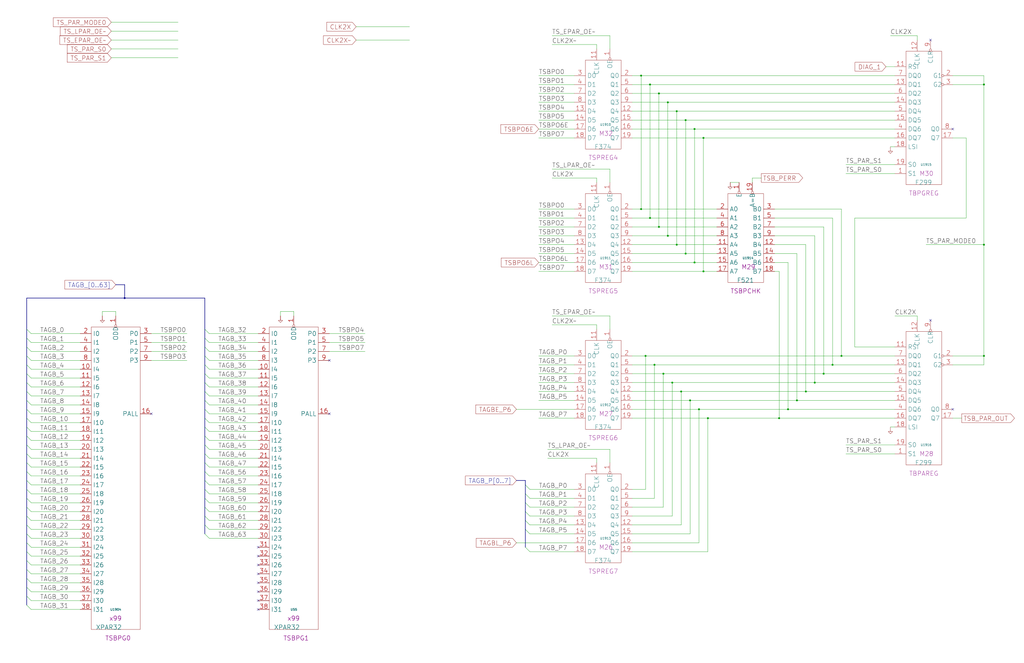
<source format=kicad_sch>
(kicad_sch (version 20230121) (generator eeschema)
  (paper "User" 584.2 378.46)
  (title_block (title "TAGBCOMP\\nPARITY") (date "08-MAR-90") (rev "0.0") (comment 1 "MEM32 BOARD") (comment 2 "232-003066") (comment 3 "S400") (comment 4 "RELEASED"))
  (lib_symbols
    (symbol "r1000:F299" (pin_names (offset 1.016))
      (property "Reference" "U" (at 2.54 5.08 0))
      (property "Value" "F299" (at -3.81 -5.08 0))
      (property "Location" "___" (at -1.27 0 0))
      (property "Name" "______" (at 1.27 -12.7 0))
      (symbol "F299_1_1"
        (rectangle (start -8.89 69.85) (end 11.43 -6.35))
        (circle (center 5.08 70.485) (radius 0.635))
        (circle (center 12.065 50.8) (radius 0.635))
        (circle (center 12.065 55.88) (radius 0.635))
        (pin input line (at -15.24 0 0) (length 6.35) (name "S1") (number "1"))
        (pin input line (at -15.24 60.96 0) (length 6.35) (name "RSI") (number "11"))
        (pin input line (at -2.54 76.2 270) (length 6.35) (name "CLK") (number "12"))
        (pin bidirectional line (at -15.24 50.8 0) (length 6.35) (name "DQ1") (number "13"))
        (pin bidirectional line (at -15.24 40.64 0) (length 6.35) (name "DQ3") (number "14"))
        (pin bidirectional line (at -15.24 30.48 0) (length 6.35) (name "DQ5") (number "15"))
        (pin bidirectional line (at -15.24 20.32 0) (length 6.35) (name "DQ7") (number "16"))
        (pin output line (at 17.78 20.32 180) (length 6.35) (name "Q7") (number "17"))
        (pin input line (at -15.24 15.24 0) (length 6.35) (name "LSI") (number "18"))
        (pin input line (at -15.24 5.08 0) (length 6.35) (name "S0") (number "19"))
        (pin input line (at 17.78 55.88 180) (length 5.08) (name "G1") (number "2"))
        (pin input line (at 17.78 50.8 180) (length 5.08) (name "G2") (number "3"))
        (pin bidirectional line (at -15.24 25.4 0) (length 6.35) (name "DQ6") (number "4"))
        (pin bidirectional line (at -15.24 35.56 0) (length 6.35) (name "DQ4") (number "5"))
        (pin bidirectional line (at -15.24 45.72 0) (length 6.35) (name "DQ2") (number "6"))
        (pin bidirectional line (at -15.24 55.88 0) (length 6.35) (name "DQ0") (number "7"))
        (pin output line (at 17.78 25.4 180) (length 6.35) (name "Q0") (number "8"))
        (pin input line (at 5.08 76.2 270) (length 5.08) (name "CLR") (number "9"))
      )
    )
    (symbol "r1000:F374" (pin_names (offset 1.016))
      (property "Reference" "U" (at 2.54 5.08 0))
      (property "Value" "F374" (at -3.81 -7.62 0))
      (property "Location" "___" (at -1.27 0 0))
      (property "Name" "______" (at 1.27 -15.24 0))
      (symbol "F374_1_1"
        (rectangle (start -8.89 41.91) (end 11.43 -8.89))
        (circle (center 5.08 42.545) (radius 0.635))
        (pin input line (at 5.08 48.26 270) (length 5.08) (name "OE") (number "1"))
        (pin input line (at -2.54 48.26 270) (length 6.35) (name "CLK") (number "11"))
        (pin tri_state line (at 17.78 12.7 180) (length 6.35) (name "Q4") (number "12"))
        (pin input line (at -15.24 12.7 0) (length 6.35) (name "D4") (number "13"))
        (pin input line (at -15.24 7.62 0) (length 6.35) (name "D5") (number "14"))
        (pin tri_state line (at 17.78 7.62 180) (length 6.35) (name "Q5") (number "15"))
        (pin tri_state line (at 17.78 2.54 180) (length 6.35) (name "Q6") (number "16"))
        (pin input line (at -15.24 2.54 0) (length 6.35) (name "D6") (number "17"))
        (pin input line (at -15.24 -2.54 0) (length 6.35) (name "D7") (number "18"))
        (pin tri_state line (at 17.78 -2.54 180) (length 6.35) (name "Q7") (number "19"))
        (pin tri_state line (at 17.78 33.02 180) (length 6.35) (name "Q0") (number "2"))
        (pin input line (at -15.24 33.02 0) (length 6.35) (name "D0") (number "3"))
        (pin input line (at -15.24 27.94 0) (length 6.35) (name "D1") (number "4"))
        (pin tri_state line (at 17.78 27.94 180) (length 6.35) (name "Q1") (number "5"))
        (pin tri_state line (at 17.78 22.86 180) (length 6.35) (name "Q2") (number "6"))
        (pin input line (at -15.24 22.86 0) (length 6.35) (name "D2") (number "7"))
        (pin input line (at -15.24 17.78 0) (length 6.35) (name "D3") (number "8"))
        (pin tri_state line (at 17.78 17.78 180) (length 6.35) (name "Q3") (number "9"))
      )
    )
    (symbol "r1000:F521" (pin_names (offset 1.016))
      (property "Reference" "U" (at 2.54 5.08 0))
      (property "Value" "F521" (at -3.81 -7.62 0))
      (property "Location" "___" (at -1.27 0 0))
      (property "Name" "______" (at 1.27 -15.24 0))
      (symbol "F521_1_1"
        (rectangle (start -8.89 41.91) (end 11.43 -8.89))
        (circle (center -2.54 42.545) (radius 0.635))
        (circle (center 5.08 42.545) (radius 0.635))
        (pin input line (at -2.54 48.26 270) (length 5.08) (name "E") (number "1"))
        (pin input line (at -15.24 12.7 0) (length 6.35) (name "A4") (number "11"))
        (pin input line (at 17.78 12.7 180) (length 6.35) (name "B4") (number "12"))
        (pin input line (at -15.24 7.62 0) (length 6.35) (name "A5") (number "13"))
        (pin input line (at 17.78 7.62 180) (length 6.35) (name "B5") (number "14"))
        (pin input line (at -15.24 2.54 0) (length 6.35) (name "A6") (number "15"))
        (pin input line (at 17.78 2.54 180) (length 6.35) (name "B6") (number "16"))
        (pin input line (at -15.24 -2.54 0) (length 6.35) (name "A7") (number "17"))
        (pin input line (at 17.78 -2.54 180) (length 6.35) (name "B7") (number "18"))
        (pin output line (at 5.08 48.26 270) (length 5.08) (name "A=B") (number "19"))
        (pin input line (at -15.24 33.02 0) (length 6.35) (name "A0") (number "2"))
        (pin input line (at 17.78 33.02 180) (length 6.35) (name "B0") (number "3"))
        (pin input line (at -15.24 27.94 0) (length 6.35) (name "A1") (number "4"))
        (pin input line (at 17.78 27.94 180) (length 6.35) (name "B1") (number "5"))
        (pin input line (at -15.24 22.86 0) (length 6.35) (name "A2") (number "6"))
        (pin input line (at 17.78 22.86 180) (length 6.35) (name "B2") (number "7"))
        (pin input line (at -15.24 17.78 0) (length 6.35) (name "A3") (number "8"))
        (pin input line (at 17.78 17.78 180) (length 6.35) (name "B3") (number "9"))
      )
    )
    (symbol "r1000:PD" (power) (pin_numbers hide) (pin_names hide) (in_bom no)
      (symbol "PD_0_1"
        (polyline (pts (xy 0 -2.54) (xy 1.27 -2.54) (xy 0 -3.81) (xy -1.27 -2.54) (xy 0 -2.54)) (stroke (width 0.1524)))
      )
      (symbol "PD_1_1"
        (pin power_in line (at 0 0 270) (length 2.54) (name "PD") (number "1"))
      )
    )
    (symbol "r1000:XPAR32" (pin_names (offset 1.016))
      (property "Reference" "U" (at 2.54 5.08 0))
      (property "Value" "XPAR32" (at -8.89 -5.08 0))
      (property "Location" "___" (at -1.27 0 0))
      (property "Name" "______" (at 3.81 -12.7 0))
      (symbol "XPAR32_1_1"
        (rectangle (start -11.43 166.37) (end 16.51 -6.35))
        (circle (center 2.54 167.005) (radius 0.635))
        (pin input line (at 2.54 172.72 270) (length 5.08) (name "ODD") (number "1"))
        (pin input line (at -17.78 142.24 0) (length 6.35) (name "I4") (number "10"))
        (pin input line (at -17.78 137.16 0) (length 6.35) (name "I5") (number "11"))
        (pin input line (at -17.78 132.08 0) (length 6.35) (name "I6") (number "12"))
        (pin input line (at -17.78 127 0) (length 6.35) (name "I7") (number "13"))
        (pin input line (at -17.78 121.92 0) (length 6.35) (name "I8") (number "14"))
        (pin input line (at -17.78 116.84 0) (length 6.35) (name "I9") (number "15"))
        (pin output line (at 22.86 116.84 180) (length 6.35) (name "PALL") (number "16"))
        (pin input line (at -17.78 111.76 0) (length 6.35) (name "I10") (number "17"))
        (pin input line (at -17.78 106.68 0) (length 6.35) (name "I11") (number "18"))
        (pin input line (at -17.78 101.6 0) (length 6.35) (name "I12") (number "19"))
        (pin input line (at -17.78 162.56 0) (length 6.35) (name "I0") (number "2"))
        (pin input line (at -17.78 96.52 0) (length 6.35) (name "I13") (number "20"))
        (pin input line (at -17.78 91.44 0) (length 6.35) (name "I14") (number "21"))
        (pin input line (at -17.78 86.36 0) (length 6.35) (name "I15") (number "22"))
        (pin input line (at -17.78 81.28 0) (length 6.35) (name "I16") (number "23"))
        (pin input line (at -17.78 76.2 0) (length 6.35) (name "I17") (number "24"))
        (pin input line (at -17.78 71.12 0) (length 6.35) (name "I18") (number "25"))
        (pin input line (at -17.78 66.04 0) (length 6.35) (name "I19") (number "26"))
        (pin input line (at -17.78 60.96 0) (length 6.35) (name "I20") (number "27"))
        (pin input line (at -17.78 55.88 0) (length 6.35) (name "I21") (number "28"))
        (pin input line (at -17.78 50.8 0) (length 6.35) (name "I22") (number "29"))
        (pin output line (at 22.86 162.56 180) (length 6.35) (name "P0") (number "3"))
        (pin input line (at -17.78 45.72 0) (length 6.35) (name "I23") (number "30"))
        (pin input line (at -17.78 40.64 0) (length 6.35) (name "I24") (number "31"))
        (pin input line (at -17.78 35.56 0) (length 6.35) (name "I25") (number "32"))
        (pin input line (at -17.78 30.48 0) (length 6.35) (name "I26") (number "33"))
        (pin input line (at -17.78 25.4 0) (length 6.35) (name "I27") (number "34"))
        (pin input line (at -17.78 20.32 0) (length 6.35) (name "I28") (number "35"))
        (pin input line (at -17.78 15.24 0) (length 6.35) (name "I29") (number "36"))
        (pin input line (at -17.78 10.16 0) (length 6.35) (name "I30") (number "37"))
        (pin input line (at -17.78 5.08 0) (length 6.35) (name "I31") (number "38"))
        (pin input line (at -17.78 157.48 0) (length 6.35) (name "I1") (number "4"))
        (pin output line (at 22.86 157.48 180) (length 6.35) (name "P1") (number "5"))
        (pin input line (at -17.78 152.4 0) (length 6.35) (name "I2") (number "6"))
        (pin output line (at 22.86 152.4 180) (length 6.35) (name "P2") (number "7"))
        (pin input line (at -17.78 147.32 0) (length 6.35) (name "I3") (number "8"))
        (pin output line (at 22.86 147.32 180) (length 6.35) (name "P3") (number "9"))
      )
    )
  )
  (junction (at 388.62 223.52))
  (junction (at 373.38 208.28))
  (junction (at 561.34 203.2))
  (junction (at 464.82 218.44))
  (junction (at 480.06 203.2))
  (junction (at 401.32 154.94))
  (junction (at 370.84 124.46))
  (junction (at 386.08 63.5))
  (junction (at 474.98 208.28))
  (junction (at 381 58.42))
  (junction (at 393.7 228.6))
  (junction (at 403.86 238.76))
  (junction (at 401.32 78.74))
  (junction (at 375.92 53.34))
  (junction (at 365.76 119.38))
  (junction (at 391.16 68.58))
  (junction (at 381 134.62))
  (junction (at 396.24 149.86))
  (junction (at 370.84 48.26))
  (junction (at 71.12 170.18))
  (junction (at 383.54 218.44))
  (junction (at 398.78 233.68))
  (junction (at 368.3 203.2))
  (junction (at 386.08 139.7))
  (junction (at 378.46 213.36))
  (junction (at 454.66 228.6))
  (junction (at 469.9 213.36))
  (junction (at 396.24 73.66))
  (junction (at 365.76 43.18))
  (junction (at 459.74 223.52))
  (junction (at 449.58 233.68))
  (junction (at 375.92 129.54))
  (junction (at 444.5 238.76))
  (junction (at 561.34 48.26))
  (junction (at 391.16 144.78))
  (junction (at 561.34 139.7))
  (no_connect (at 147.32 327.66))
  (no_connect (at 530.86 182.88))
  (no_connect (at 147.32 317.5))
  (no_connect (at 530.86 22.86))
  (no_connect (at 187.96 205.74))
  (no_connect (at 187.96 236.22))
  (no_connect (at 147.32 312.42))
  (no_connect (at 147.32 342.9))
  (no_connect (at 147.32 347.98))
  (no_connect (at 147.32 337.82))
  (no_connect (at 147.32 322.58))
  (no_connect (at 86.36 236.22))
  (no_connect (at 543.56 233.68))
  (no_connect (at 147.32 332.74))
  (no_connect (at 543.56 73.66))
  (bus_entry (at 299.72 281.94) (size 2.54 2.54))
  (bus_entry (at 299.72 302.26) (size 2.54 2.54))
  (bus_entry (at 116.84 228.6) (size 2.54 2.54))
  (bus_entry (at 15.24 325.12) (size 2.54 2.54))
  (bus_entry (at 15.24 259.08) (size 2.54 2.54))
  (bus_entry (at 15.24 223.52) (size 2.54 2.54))
  (bus_entry (at 15.24 218.44) (size 2.54 2.54))
  (bus_entry (at 15.24 208.28) (size 2.54 2.54))
  (bus_entry (at 116.84 248.92) (size 2.54 2.54))
  (bus_entry (at 116.84 218.44) (size 2.54 2.54))
  (bus_entry (at 15.24 314.96) (size 2.54 2.54))
  (bus_entry (at 116.84 294.64) (size 2.54 2.54))
  (bus_entry (at 15.24 289.56) (size 2.54 2.54))
  (bus_entry (at 15.24 238.76) (size 2.54 2.54))
  (bus_entry (at 15.24 228.6) (size 2.54 2.54))
  (bus_entry (at 116.84 289.56) (size 2.54 2.54))
  (bus_entry (at 116.84 259.08) (size 2.54 2.54))
  (bus_entry (at 116.84 208.28) (size 2.54 2.54))
  (bus_entry (at 116.84 213.36) (size 2.54 2.54))
  (bus_entry (at 15.24 187.96) (size 2.54 2.54))
  (bus_entry (at 15.24 264.16) (size 2.54 2.54))
  (bus_entry (at 116.84 284.48) (size 2.54 2.54))
  (bus_entry (at 299.72 297.18) (size 2.54 2.54))
  (bus_entry (at 15.24 274.32) (size 2.54 2.54))
  (bus_entry (at 116.84 233.68) (size 2.54 2.54))
  (bus_entry (at 15.24 330.2) (size 2.54 2.54))
  (bus_entry (at 15.24 213.36) (size 2.54 2.54))
  (bus_entry (at 116.84 203.2) (size 2.54 2.54))
  (bus_entry (at 116.84 223.52) (size 2.54 2.54))
  (bus_entry (at 15.24 269.24) (size 2.54 2.54))
  (bus_entry (at 299.72 276.86) (size 2.54 2.54))
  (bus_entry (at 15.24 294.64) (size 2.54 2.54))
  (bus_entry (at 116.84 269.24) (size 2.54 2.54))
  (bus_entry (at 116.84 198.12) (size 2.54 2.54))
  (bus_entry (at 116.84 187.96) (size 2.54 2.54))
  (bus_entry (at 15.24 243.84) (size 2.54 2.54))
  (bus_entry (at 116.84 238.76) (size 2.54 2.54))
  (bus_entry (at 15.24 233.68) (size 2.54 2.54))
  (bus_entry (at 116.84 254) (size 2.54 2.54))
  (bus_entry (at 15.24 304.8) (size 2.54 2.54))
  (bus_entry (at 15.24 340.36) (size 2.54 2.54))
  (bus_entry (at 15.24 320.04) (size 2.54 2.54))
  (bus_entry (at 116.84 299.72) (size 2.54 2.54))
  (bus_entry (at 299.72 312.42) (size 2.54 2.54))
  (bus_entry (at 15.24 254) (size 2.54 2.54))
  (bus_entry (at 15.24 248.92) (size 2.54 2.54))
  (bus_entry (at 15.24 284.48) (size 2.54 2.54))
  (bus_entry (at 116.84 264.16) (size 2.54 2.54))
  (bus_entry (at 15.24 309.88) (size 2.54 2.54))
  (bus_entry (at 15.24 299.72) (size 2.54 2.54))
  (bus_entry (at 116.84 274.32) (size 2.54 2.54))
  (bus_entry (at 15.24 203.2) (size 2.54 2.54))
  (bus_entry (at 116.84 243.84) (size 2.54 2.54))
  (bus_entry (at 116.84 193.04) (size 2.54 2.54))
  (bus_entry (at 15.24 335.28) (size 2.54 2.54))
  (bus_entry (at 15.24 198.12) (size 2.54 2.54))
  (bus_entry (at 116.84 304.8) (size 2.54 2.54))
  (bus_entry (at 299.72 287.02) (size 2.54 2.54))
  (bus_entry (at 299.72 292.1) (size 2.54 2.54))
  (bus_entry (at 116.84 279.4) (size 2.54 2.54))
  (bus_entry (at 15.24 345.44) (size 2.54 2.54))
  (bus_entry (at 15.24 279.4) (size 2.54 2.54))
  (bus_entry (at 15.24 193.04) (size 2.54 2.54))
  (bus (pts (xy 299.72 302.26) (xy 299.72 312.42)))
  (bus (pts (xy 116.84 264.16) (xy 116.84 269.24)))
  (wire (pts (xy 17.78 200.66) (xy 45.72 200.66)))
  (wire (pts (xy 307.34 149.86) (xy 327.66 149.86)))
  (bus (pts (xy 15.24 314.96) (xy 15.24 320.04)))
  (wire (pts (xy 347.98 180.34) (xy 347.98 187.96)))
  (wire (pts (xy 360.68 134.62) (xy 381 134.62)))
  (wire (pts (xy 187.96 200.66) (xy 208.28 200.66)))
  (wire (pts (xy 63.5 27.94) (xy 101.6 27.94)))
  (wire (pts (xy 119.38 190.5) (xy 147.32 190.5)))
  (wire (pts (xy 360.68 203.2) (xy 368.3 203.2)))
  (wire (pts (xy 360.68 63.5) (xy 386.08 63.5)))
  (bus (pts (xy 15.24 279.4) (xy 15.24 284.48)))
  (bus (pts (xy 116.84 238.76) (xy 116.84 243.84)))
  (bus (pts (xy 116.84 274.32) (xy 116.84 279.4)))
  (wire (pts (xy 119.38 220.98) (xy 147.32 220.98)))
  (wire (pts (xy 381 58.42) (xy 510.54 58.42)))
  (wire (pts (xy 340.36 185.42) (xy 340.36 187.96)))
  (bus (pts (xy 116.84 294.64) (xy 116.84 299.72)))
  (wire (pts (xy 17.78 266.7) (xy 45.72 266.7)))
  (wire (pts (xy 464.82 218.44) (xy 510.54 218.44)))
  (wire (pts (xy 373.38 284.48) (xy 373.38 208.28)))
  (wire (pts (xy 119.38 307.34) (xy 147.32 307.34)))
  (wire (pts (xy 365.76 119.38) (xy 408.94 119.38)))
  (wire (pts (xy 302.26 304.8) (xy 327.66 304.8)))
  (wire (pts (xy 396.24 149.86) (xy 408.94 149.86)))
  (wire (pts (xy 360.68 294.64) (xy 383.54 294.64)))
  (wire (pts (xy 307.34 228.6) (xy 327.66 228.6)))
  (wire (pts (xy 482.6 259.08) (xy 510.54 259.08)))
  (bus (pts (xy 71.12 162.56) (xy 71.12 170.18)))
  (wire (pts (xy 480.06 203.2) (xy 510.54 203.2)))
  (bus (pts (xy 116.84 248.92) (xy 116.84 254)))
  (wire (pts (xy 17.78 281.94) (xy 45.72 281.94)))
  (bus (pts (xy 15.24 233.68) (xy 15.24 238.76)))
  (wire (pts (xy 17.78 312.42) (xy 45.72 312.42)))
  (bus (pts (xy 294.64 274.32) (xy 299.72 274.32)))
  (wire (pts (xy 396.24 73.66) (xy 510.54 73.66)))
  (wire (pts (xy 86.36 205.74) (xy 106.68 205.74)))
  (wire (pts (xy 17.78 292.1) (xy 45.72 292.1)))
  (wire (pts (xy 340.36 261.62) (xy 340.36 264.16)))
  (wire (pts (xy 17.78 261.62) (xy 45.72 261.62)))
  (wire (pts (xy 119.38 297.18) (xy 147.32 297.18)))
  (wire (pts (xy 203.2 22.86) (xy 233.68 22.86)))
  (wire (pts (xy 63.5 22.86) (xy 101.6 22.86)))
  (wire (pts (xy 119.38 241.3) (xy 147.32 241.3)))
  (bus (pts (xy 116.84 193.04) (xy 116.84 198.12)))
  (wire (pts (xy 360.68 149.86) (xy 396.24 149.86)))
  (wire (pts (xy 314.96 25.4) (xy 340.36 25.4)))
  (bus (pts (xy 15.24 170.18) (xy 71.12 170.18)))
  (wire (pts (xy 302.26 279.4) (xy 327.66 279.4)))
  (wire (pts (xy 441.96 124.46) (xy 474.98 124.46)))
  (wire (pts (xy 561.34 48.26) (xy 561.34 139.7)))
  (bus (pts (xy 15.24 228.6) (xy 15.24 233.68)))
  (wire (pts (xy 119.38 287.02) (xy 147.32 287.02)))
  (wire (pts (xy 360.68 154.94) (xy 401.32 154.94)))
  (bus (pts (xy 15.24 274.32) (xy 15.24 279.4)))
  (wire (pts (xy 510.54 180.34) (xy 523.24 180.34)))
  (wire (pts (xy 391.16 68.58) (xy 510.54 68.58)))
  (wire (pts (xy 360.68 73.66) (xy 396.24 73.66)))
  (wire (pts (xy 307.34 124.46) (xy 327.66 124.46)))
  (wire (pts (xy 396.24 73.66) (xy 396.24 149.86)))
  (wire (pts (xy 119.38 226.06) (xy 147.32 226.06)))
  (wire (pts (xy 312.42 261.62) (xy 340.36 261.62)))
  (wire (pts (xy 378.46 213.36) (xy 469.9 213.36)))
  (wire (pts (xy 302.26 289.56) (xy 327.66 289.56)))
  (wire (pts (xy 459.74 223.52) (xy 459.74 139.7)))
  (wire (pts (xy 307.34 73.66) (xy 327.66 73.66)))
  (wire (pts (xy 482.6 254) (xy 510.54 254)))
  (wire (pts (xy 401.32 78.74) (xy 401.32 154.94)))
  (bus (pts (xy 15.24 320.04) (xy 15.24 325.12)))
  (bus (pts (xy 299.72 297.18) (xy 299.72 302.26)))
  (wire (pts (xy 523.24 180.34) (xy 523.24 182.88)))
  (wire (pts (xy 365.76 43.18) (xy 365.76 119.38)))
  (bus (pts (xy 15.24 248.92) (xy 15.24 254)))
  (bus (pts (xy 15.24 284.48) (xy 15.24 289.56)))
  (wire (pts (xy 17.78 246.38) (xy 45.72 246.38)))
  (wire (pts (xy 302.26 294.64) (xy 327.66 294.64)))
  (bus (pts (xy 15.24 335.28) (xy 15.24 340.36)))
  (wire (pts (xy 17.78 322.58) (xy 45.72 322.58)))
  (bus (pts (xy 15.24 289.56) (xy 15.24 294.64)))
  (wire (pts (xy 386.08 63.5) (xy 510.54 63.5)))
  (wire (pts (xy 119.38 210.82) (xy 147.32 210.82)))
  (wire (pts (xy 393.7 304.8) (xy 393.7 228.6)))
  (wire (pts (xy 360.68 144.78) (xy 391.16 144.78)))
  (bus (pts (xy 15.24 208.28) (xy 15.24 213.36)))
  (wire (pts (xy 543.56 238.76) (xy 548.64 238.76)))
  (wire (pts (xy 543.56 43.18) (xy 561.34 43.18)))
  (bus (pts (xy 15.24 325.12) (xy 15.24 330.2)))
  (wire (pts (xy 17.78 190.5) (xy 45.72 190.5)))
  (wire (pts (xy 480.06 119.38) (xy 441.96 119.38)))
  (wire (pts (xy 528.32 139.7) (xy 561.34 139.7)))
  (wire (pts (xy 360.68 43.18) (xy 365.76 43.18)))
  (wire (pts (xy 469.9 213.36) (xy 469.9 129.54)))
  (wire (pts (xy 302.26 299.72) (xy 327.66 299.72)))
  (bus (pts (xy 116.84 299.72) (xy 116.84 304.8)))
  (wire (pts (xy 360.68 68.58) (xy 391.16 68.58)))
  (bus (pts (xy 66.04 162.56) (xy 71.12 162.56)))
  (wire (pts (xy 86.36 200.66) (xy 106.68 200.66)))
  (wire (pts (xy 86.36 190.5) (xy 106.68 190.5)))
  (wire (pts (xy 119.38 246.38) (xy 147.32 246.38)))
  (wire (pts (xy 459.74 139.7) (xy 441.96 139.7)))
  (bus (pts (xy 15.24 187.96) (xy 15.24 170.18)))
  (wire (pts (xy 561.34 139.7) (xy 561.34 203.2)))
  (wire (pts (xy 119.38 215.9) (xy 147.32 215.9)))
  (wire (pts (xy 119.38 302.26) (xy 147.32 302.26)))
  (wire (pts (xy 375.92 129.54) (xy 408.94 129.54)))
  (wire (pts (xy 119.38 276.86) (xy 147.32 276.86)))
  (wire (pts (xy 403.86 238.76) (xy 444.5 238.76)))
  (wire (pts (xy 187.96 190.5) (xy 208.28 190.5)))
  (wire (pts (xy 119.38 292.1) (xy 147.32 292.1)))
  (wire (pts (xy 375.92 53.34) (xy 510.54 53.34)))
  (wire (pts (xy 401.32 154.94) (xy 408.94 154.94)))
  (bus (pts (xy 15.24 330.2) (xy 15.24 335.28)))
  (wire (pts (xy 441.96 144.78) (xy 454.66 144.78)))
  (bus (pts (xy 299.72 292.1) (xy 299.72 297.18)))
  (bus (pts (xy 15.24 264.16) (xy 15.24 269.24)))
  (wire (pts (xy 17.78 236.22) (xy 45.72 236.22)))
  (bus (pts (xy 116.84 170.18) (xy 116.84 187.96)))
  (wire (pts (xy 543.56 48.26) (xy 561.34 48.26)))
  (wire (pts (xy 441.96 154.94) (xy 444.5 154.94)))
  (wire (pts (xy 17.78 276.86) (xy 45.72 276.86)))
  (bus (pts (xy 15.24 223.52) (xy 15.24 228.6)))
  (wire (pts (xy 365.76 43.18) (xy 510.54 43.18)))
  (wire (pts (xy 360.68 228.6) (xy 393.7 228.6)))
  (wire (pts (xy 63.5 33.02) (xy 101.6 33.02)))
  (wire (pts (xy 370.84 124.46) (xy 408.94 124.46)))
  (bus (pts (xy 15.24 203.2) (xy 15.24 208.28)))
  (wire (pts (xy 360.68 218.44) (xy 383.54 218.44)))
  (bus (pts (xy 116.84 198.12) (xy 116.84 203.2)))
  (wire (pts (xy 119.38 195.58) (xy 147.32 195.58)))
  (wire (pts (xy 543.56 78.74) (xy 551.18 78.74)))
  (wire (pts (xy 307.34 68.58) (xy 327.66 68.58)))
  (wire (pts (xy 160.02 177.8) (xy 167.64 177.8)))
  (wire (pts (xy 360.68 53.34) (xy 375.92 53.34)))
  (wire (pts (xy 17.78 307.34) (xy 45.72 307.34)))
  (wire (pts (xy 388.62 299.72) (xy 360.68 299.72)))
  (wire (pts (xy 386.08 139.7) (xy 408.94 139.7)))
  (wire (pts (xy 17.78 215.9) (xy 45.72 215.9)))
  (wire (pts (xy 449.58 149.86) (xy 441.96 149.86)))
  (wire (pts (xy 561.34 208.28) (xy 543.56 208.28)))
  (wire (pts (xy 398.78 233.68) (xy 449.58 233.68)))
  (wire (pts (xy 327.66 119.38) (xy 307.34 119.38)))
  (wire (pts (xy 17.78 256.54) (xy 45.72 256.54)))
  (bus (pts (xy 299.72 276.86) (xy 299.72 281.94)))
  (wire (pts (xy 307.34 53.34) (xy 327.66 53.34)))
  (wire (pts (xy 347.98 20.32) (xy 347.98 27.94)))
  (wire (pts (xy 314.96 96.52) (xy 347.98 96.52)))
  (wire (pts (xy 17.78 327.66) (xy 45.72 327.66)))
  (wire (pts (xy 449.58 233.68) (xy 449.58 149.86)))
  (wire (pts (xy 416.56 104.14) (xy 421.64 104.14)))
  (wire (pts (xy 327.66 203.2) (xy 307.34 203.2)))
  (bus (pts (xy 15.24 238.76) (xy 15.24 243.84)))
  (wire (pts (xy 294.64 309.88) (xy 327.66 309.88)))
  (wire (pts (xy 63.5 17.78) (xy 101.6 17.78)))
  (wire (pts (xy 347.98 256.54) (xy 347.98 264.16)))
  (bus (pts (xy 116.84 254) (xy 116.84 259.08)))
  (wire (pts (xy 368.3 279.4) (xy 360.68 279.4)))
  (wire (pts (xy 187.96 195.58) (xy 208.28 195.58)))
  (wire (pts (xy 398.78 233.68) (xy 398.78 309.88)))
  (bus (pts (xy 116.84 203.2) (xy 116.84 208.28)))
  (wire (pts (xy 314.96 101.6) (xy 340.36 101.6)))
  (wire (pts (xy 119.38 266.7) (xy 147.32 266.7)))
  (wire (pts (xy 307.34 58.42) (xy 327.66 58.42)))
  (wire (pts (xy 119.38 200.66) (xy 147.32 200.66)))
  (bus (pts (xy 15.24 340.36) (xy 15.24 345.44)))
  (wire (pts (xy 17.78 210.82) (xy 45.72 210.82)))
  (wire (pts (xy 119.38 256.54) (xy 147.32 256.54)))
  (wire (pts (xy 17.78 287.02) (xy 45.72 287.02)))
  (bus (pts (xy 15.24 254) (xy 15.24 259.08)))
  (bus (pts (xy 15.24 198.12) (xy 15.24 203.2)))
  (bus (pts (xy 15.24 299.72) (xy 15.24 304.8)))
  (wire (pts (xy 86.36 195.58) (xy 106.68 195.58)))
  (wire (pts (xy 17.78 226.06) (xy 45.72 226.06)))
  (wire (pts (xy 464.82 134.62) (xy 464.82 218.44)))
  (bus (pts (xy 299.72 281.94) (xy 299.72 287.02)))
  (wire (pts (xy 429.26 101.6) (xy 429.26 104.14)))
  (wire (pts (xy 58.42 180.34) (xy 58.42 177.8)))
  (wire (pts (xy 454.66 228.6) (xy 510.54 228.6)))
  (wire (pts (xy 119.38 205.74) (xy 147.32 205.74)))
  (wire (pts (xy 360.68 139.7) (xy 386.08 139.7)))
  (wire (pts (xy 508 20.32) (xy 523.24 20.32)))
  (bus (pts (xy 15.24 294.64) (xy 15.24 299.72)))
  (wire (pts (xy 360.68 238.76) (xy 403.86 238.76)))
  (wire (pts (xy 119.38 271.78) (xy 147.32 271.78)))
  (wire (pts (xy 119.38 251.46) (xy 147.32 251.46)))
  (wire (pts (xy 523.24 20.32) (xy 523.24 22.86)))
  (wire (pts (xy 307.34 48.26) (xy 327.66 48.26)))
  (wire (pts (xy 360.68 284.48) (xy 373.38 284.48)))
  (wire (pts (xy 17.78 302.26) (xy 45.72 302.26)))
  (bus (pts (xy 116.84 289.56) (xy 116.84 294.64)))
  (wire (pts (xy 360.68 314.96) (xy 403.86 314.96)))
  (wire (pts (xy 17.78 317.5) (xy 45.72 317.5)))
  (wire (pts (xy 482.6 99.06) (xy 510.54 99.06)))
  (bus (pts (xy 116.84 228.6) (xy 116.84 233.68)))
  (wire (pts (xy 543.56 203.2) (xy 561.34 203.2)))
  (wire (pts (xy 360.68 223.52) (xy 388.62 223.52)))
  (wire (pts (xy 368.3 203.2) (xy 368.3 279.4)))
  (wire (pts (xy 360.68 58.42) (xy 381 58.42)))
  (wire (pts (xy 381 134.62) (xy 408.94 134.62)))
  (wire (pts (xy 17.78 271.78) (xy 45.72 271.78)))
  (wire (pts (xy 508 83.82) (xy 510.54 83.82)))
  (wire (pts (xy 434.34 101.6) (xy 429.26 101.6)))
  (wire (pts (xy 561.34 43.18) (xy 561.34 48.26)))
  (wire (pts (xy 383.54 218.44) (xy 464.82 218.44)))
  (bus (pts (xy 15.24 243.84) (xy 15.24 248.92)))
  (bus (pts (xy 15.24 269.24) (xy 15.24 274.32)))
  (wire (pts (xy 327.66 139.7) (xy 307.34 139.7)))
  (wire (pts (xy 375.92 53.34) (xy 375.92 129.54)))
  (wire (pts (xy 307.34 43.18) (xy 327.66 43.18)))
  (wire (pts (xy 360.68 48.26) (xy 370.84 48.26)))
  (wire (pts (xy 17.78 231.14) (xy 45.72 231.14)))
  (wire (pts (xy 327.66 223.52) (xy 307.34 223.52)))
  (wire (pts (xy 505.46 38.1) (xy 510.54 38.1)))
  (wire (pts (xy 314.96 185.42) (xy 340.36 185.42)))
  (wire (pts (xy 487.68 124.46) (xy 551.18 124.46)))
  (wire (pts (xy 378.46 213.36) (xy 378.46 289.56)))
  (wire (pts (xy 314.96 180.34) (xy 347.98 180.34)))
  (wire (pts (xy 482.6 93.98) (xy 510.54 93.98)))
  (wire (pts (xy 370.84 48.26) (xy 370.84 124.46)))
  (wire (pts (xy 449.58 233.68) (xy 510.54 233.68)))
  (bus (pts (xy 15.24 304.8) (xy 15.24 309.88)))
  (wire (pts (xy 398.78 309.88) (xy 360.68 309.88)))
  (wire (pts (xy 487.68 198.12) (xy 510.54 198.12)))
  (bus (pts (xy 15.24 259.08) (xy 15.24 264.16)))
  (bus (pts (xy 15.24 193.04) (xy 15.24 198.12)))
  (wire (pts (xy 119.38 231.14) (xy 147.32 231.14)))
  (wire (pts (xy 391.16 144.78) (xy 408.94 144.78)))
  (wire (pts (xy 327.66 238.76) (xy 307.34 238.76)))
  (wire (pts (xy 17.78 342.9) (xy 45.72 342.9)))
  (wire (pts (xy 381 58.42) (xy 381 134.62)))
  (wire (pts (xy 383.54 294.64) (xy 383.54 218.44)))
  (wire (pts (xy 401.32 78.74) (xy 510.54 78.74)))
  (wire (pts (xy 459.74 223.52) (xy 510.54 223.52)))
  (wire (pts (xy 368.3 203.2) (xy 480.06 203.2)))
  (bus (pts (xy 299.72 274.32) (xy 299.72 276.86)))
  (wire (pts (xy 508 243.84) (xy 510.54 243.84)))
  (wire (pts (xy 294.64 233.68) (xy 327.66 233.68)))
  (wire (pts (xy 480.06 203.2) (xy 480.06 119.38)))
  (bus (pts (xy 116.84 284.48) (xy 116.84 289.56)))
  (bus (pts (xy 116.84 223.52) (xy 116.84 228.6)))
  (wire (pts (xy 119.38 236.22) (xy 147.32 236.22)))
  (wire (pts (xy 360.68 233.68) (xy 398.78 233.68)))
  (wire (pts (xy 307.34 144.78) (xy 327.66 144.78)))
  (wire (pts (xy 302.26 314.96) (xy 327.66 314.96)))
  (wire (pts (xy 474.98 124.46) (xy 474.98 208.28)))
  (bus (pts (xy 15.24 309.88) (xy 15.24 314.96)))
  (bus (pts (xy 116.84 279.4) (xy 116.84 284.48)))
  (wire (pts (xy 302.26 284.48) (xy 327.66 284.48)))
  (wire (pts (xy 561.34 203.2) (xy 561.34 208.28)))
  (wire (pts (xy 312.42 256.54) (xy 347.98 256.54)))
  (wire (pts (xy 17.78 332.74) (xy 45.72 332.74)))
  (wire (pts (xy 307.34 134.62) (xy 327.66 134.62)))
  (wire (pts (xy 391.16 68.58) (xy 391.16 144.78)))
  (bus (pts (xy 116.84 243.84) (xy 116.84 248.92)))
  (wire (pts (xy 347.98 96.52) (xy 347.98 104.14)))
  (wire (pts (xy 66.04 177.8) (xy 66.04 180.34)))
  (wire (pts (xy 370.84 48.26) (xy 510.54 48.26)))
  (wire (pts (xy 160.02 180.34) (xy 160.02 177.8)))
  (wire (pts (xy 17.78 195.58) (xy 45.72 195.58)))
  (wire (pts (xy 360.68 304.8) (xy 393.7 304.8)))
  (bus (pts (xy 15.24 187.96) (xy 15.24 193.04)))
  (wire (pts (xy 17.78 220.98) (xy 45.72 220.98)))
  (wire (pts (xy 58.42 177.8) (xy 66.04 177.8)))
  (wire (pts (xy 378.46 289.56) (xy 360.68 289.56)))
  (wire (pts (xy 469.9 213.36) (xy 510.54 213.36)))
  (wire (pts (xy 340.36 101.6) (xy 340.36 104.14)))
  (wire (pts (xy 360.68 129.54) (xy 375.92 129.54)))
  (wire (pts (xy 307.34 63.5) (xy 327.66 63.5)))
  (bus (pts (xy 15.24 218.44) (xy 15.24 223.52)))
  (bus (pts (xy 116.84 187.96) (xy 116.84 193.04)))
  (wire (pts (xy 314.96 20.32) (xy 347.98 20.32)))
  (wire (pts (xy 360.68 124.46) (xy 370.84 124.46)))
  (wire (pts (xy 487.68 198.12) (xy 487.68 124.46)))
  (bus (pts (xy 71.12 170.18) (xy 116.84 170.18)))
  (wire (pts (xy 327.66 154.94) (xy 307.34 154.94)))
  (wire (pts (xy 167.64 177.8) (xy 167.64 180.34)))
  (wire (pts (xy 393.7 228.6) (xy 454.66 228.6)))
  (wire (pts (xy 373.38 208.28) (xy 474.98 208.28)))
  (bus (pts (xy 116.84 208.28) (xy 116.84 213.36)))
  (wire (pts (xy 388.62 223.52) (xy 459.74 223.52)))
  (bus (pts (xy 116.84 233.68) (xy 116.84 238.76)))
  (wire (pts (xy 360.68 119.38) (xy 365.76 119.38)))
  (wire (pts (xy 307.34 218.44) (xy 327.66 218.44)))
  (wire (pts (xy 469.9 129.54) (xy 441.96 129.54)))
  (bus (pts (xy 116.84 259.08) (xy 116.84 264.16)))
  (bus (pts (xy 116.84 213.36) (xy 116.84 218.44)))
  (wire (pts (xy 327.66 129.54) (xy 307.34 129.54)))
  (wire (pts (xy 17.78 241.3) (xy 45.72 241.3)))
  (wire (pts (xy 360.68 78.74) (xy 401.32 78.74)))
  (wire (pts (xy 551.18 124.46) (xy 551.18 78.74)))
  (wire (pts (xy 474.98 208.28) (xy 510.54 208.28)))
  (bus (pts (xy 116.84 269.24) (xy 116.84 274.32)))
  (wire (pts (xy 17.78 347.98) (xy 45.72 347.98)))
  (wire (pts (xy 17.78 297.18) (xy 45.72 297.18)))
  (bus (pts (xy 116.84 218.44) (xy 116.84 223.52)))
  (wire (pts (xy 307.34 78.74) (xy 327.66 78.74)))
  (wire (pts (xy 307.34 208.28) (xy 327.66 208.28)))
  (wire (pts (xy 17.78 205.74) (xy 45.72 205.74)))
  (wire (pts (xy 203.2 15.24) (xy 233.68 15.24)))
  (wire (pts (xy 327.66 213.36) (xy 307.34 213.36)))
  (wire (pts (xy 386.08 63.5) (xy 386.08 139.7)))
  (wire (pts (xy 360.68 208.28) (xy 373.38 208.28)))
  (wire (pts (xy 454.66 144.78) (xy 454.66 228.6)))
  (wire (pts (xy 444.5 154.94) (xy 444.5 238.76)))
  (wire (pts (xy 403.86 314.96) (xy 403.86 238.76)))
  (wire (pts (xy 119.38 261.62) (xy 147.32 261.62)))
  (wire (pts (xy 441.96 134.62) (xy 464.82 134.62)))
  (wire (pts (xy 340.36 25.4) (xy 340.36 27.94)))
  (bus (pts (xy 299.72 287.02) (xy 299.72 292.1)))
  (wire (pts (xy 119.38 281.94) (xy 147.32 281.94)))
  (wire (pts (xy 17.78 337.82) (xy 45.72 337.82)))
  (wire (pts (xy 17.78 251.46) (xy 45.72 251.46)))
  (wire (pts (xy 360.68 213.36) (xy 378.46 213.36)))
  (wire (pts (xy 388.62 223.52) (xy 388.62 299.72)))
  (bus (pts (xy 15.24 213.36) (xy 15.24 218.44)))
  (wire (pts (xy 444.5 238.76) (xy 510.54 238.76)))
  (wire (pts (xy 63.5 12.7) (xy 101.6 12.7)))
  (label "TSBPO3" (at 307.34 58.42 0) (effects (font (size 2.54 2.54))))
  (label "TS_LPAR_OE~" (at 312.42 256.54 0) (effects (font (size 2.54 2.54))))
  (label "TAGB_16" (at 22.86 271.78 0) (effects (font (size 2.54 2.54))))
  (label "TAGB_59" (at 124.46 287.02 0) (effects (font (size 2.54 2.54))))
  (label "TAGB_62" (at 124.46 302.26 0) (effects (font (size 2.54 2.54))))
  (label "TAGB_P4" (at 307.34 223.52 0) (effects (font (size 2.54 2.54))))
  (label "TAGB_34" (at 124.46 200.66 0) (effects (font (size 2.54 2.54))))
  (label "TSBPO7" (at 193.04 200.66 0) (effects (font (size 2.54 2.54))))
  (label "CLK2X" (at 508 20.32 0) (effects (font (size 2.54 2.54))))
  (label "TAGB_28" (at 22.86 332.74 0) (effects (font (size 2.54 2.54))))
  (label "TAGB_17" (at 22.86 276.86 0) (effects (font (size 2.54 2.54))))
  (label "TSBPO6L" (at 307.34 149.86 0) (effects (font (size 2.54 2.54))))
  (label "TAGB_P1" (at 307.34 208.28 0) (effects (font (size 2.54 2.54))))
  (label "TSBPO0" (at 307.34 43.18 0) (effects (font (size 2.54 2.54))))
  (label "TAGB_58" (at 124.46 281.94 0) (effects (font (size 2.54 2.54))))
  (label "TAGB_31" (at 22.86 347.98 0) (effects (font (size 2.54 2.54))))
  (label "TS_EPAR_OE~" (at 314.96 180.34 0) (effects (font (size 2.54 2.54))))
  (label "TAGB_30" (at 22.86 342.9 0) (effects (font (size 2.54 2.54))))
  (label "TAGB_40" (at 124.46 231.14 0) (effects (font (size 2.54 2.54))))
  (label "TAGB_4" (at 22.86 210.82 0) (effects (font (size 2.54 2.54))))
  (label "TAGB_P2" (at 307.34 289.56 0) (effects (font (size 2.54 2.54))))
  (label "TAGB_43" (at 124.46 246.38 0) (effects (font (size 2.54 2.54))))
  (label "TS_PAR_S0" (at 482.6 259.08 0) (effects (font (size 2.54 2.54))))
  (label "TAGB_P1" (at 307.34 284.48 0) (effects (font (size 2.54 2.54))))
  (label "CLK2X" (at 312.42 261.62 0) (effects (font (size 2.54 2.54))))
  (label "TS_PAR_S1" (at 482.6 93.98 0) (effects (font (size 2.54 2.54))))
  (label "TSBPO4" (at 307.34 63.5 0) (effects (font (size 2.54 2.54))))
  (label "TAGB_22" (at 22.86 302.26 0) (effects (font (size 2.54 2.54))))
  (label "TAGB_45" (at 124.46 256.54 0) (effects (font (size 2.54 2.54))))
  (label "TAGB_7" (at 22.86 226.06 0) (effects (font (size 2.54 2.54))))
  (label "TSBPO5" (at 307.34 68.58 0) (effects (font (size 2.54 2.54))))
  (label "TAGB_13" (at 22.86 256.54 0) (effects (font (size 2.54 2.54))))
  (label "TSBPO1" (at 91.44 195.58 0) (effects (font (size 2.54 2.54))))
  (label "TSBPO7" (at 307.34 154.94 0) (effects (font (size 2.54 2.54))))
  (label "TSBPO2" (at 307.34 129.54 0) (effects (font (size 2.54 2.54))))
  (label "TAGB_38" (at 124.46 220.98 0) (effects (font (size 2.54 2.54))))
  (label "TAGB_44" (at 124.46 251.46 0) (effects (font (size 2.54 2.54))))
  (label "TAGB_2" (at 22.86 200.66 0) (effects (font (size 2.54 2.54))))
  (label "TAGB_3" (at 22.86 205.74 0) (effects (font (size 2.54 2.54))))
  (label "TAGB_12" (at 22.86 251.46 0) (effects (font (size 2.54 2.54))))
  (label "TSBPO0" (at 307.34 119.38 0) (effects (font (size 2.54 2.54))))
  (label "TS_LPAR_OE~" (at 314.96 96.52 0) (effects (font (size 2.54 2.54))))
  (label "TAGB_P0" (at 307.34 203.2 0) (effects (font (size 2.54 2.54))))
  (label "TAGB_9" (at 22.86 236.22 0) (effects (font (size 2.54 2.54))))
  (label "TAGB_60" (at 124.46 292.1 0) (effects (font (size 2.54 2.54))))
  (label "TSBPO2" (at 307.34 53.34 0) (effects (font (size 2.54 2.54))))
  (label "TAGB_15" (at 22.86 266.7 0) (effects (font (size 2.54 2.54))))
  (label "TAGB_42" (at 124.46 241.3 0) (effects (font (size 2.54 2.54))))
  (label "TSBPO2" (at 91.44 200.66 0) (effects (font (size 2.54 2.54))))
  (label "TSBPO5" (at 193.04 195.58 0) (effects (font (size 2.54 2.54))))
  (label "TAGB_P0" (at 307.34 279.4 0) (effects (font (size 2.54 2.54))))
  (label "TAGB_1" (at 22.86 195.58 0) (effects (font (size 2.54 2.54))))
  (label "TAGB_19" (at 22.86 287.02 0) (effects (font (size 2.54 2.54))))
  (label "TSBPO3" (at 91.44 205.74 0) (effects (font (size 2.54 2.54))))
  (label "TAGB_41" (at 124.46 236.22 0) (effects (font (size 2.54 2.54))))
  (label "TAGB_26" (at 22.86 322.58 0) (effects (font (size 2.54 2.54))))
  (label "CLK2X~" (at 314.96 185.42 0) (effects (font (size 2.54 2.54))))
  (label "TSBPO1" (at 307.34 124.46 0) (effects (font (size 2.54 2.54))))
  (label "TAGB_27" (at 22.86 327.66 0) (effects (font (size 2.54 2.54))))
  (label "TAGB_P4" (at 307.34 299.72 0) (effects (font (size 2.54 2.54))))
  (label "TAGB_37" (at 124.46 215.9 0) (effects (font (size 2.54 2.54))))
  (label "TAGB_18" (at 22.86 281.94 0) (effects (font (size 2.54 2.54))))
  (label "TAGB_25" (at 22.86 317.5 0) (effects (font (size 2.54 2.54))))
  (label "TS_PAR_S0" (at 482.6 99.06 0) (effects (font (size 2.54 2.54))))
  (label "TAGB_P7" (at 307.34 314.96 0) (effects (font (size 2.54 2.54))))
  (label "TSBPO3" (at 307.34 134.62 0) (effects (font (size 2.54 2.54))))
  (label "TAGB_P5" (at 307.34 228.6 0) (effects (font (size 2.54 2.54))))
  (label "TAGB_46" (at 124.46 261.62 0) (effects (font (size 2.54 2.54))))
  (label "TSBPO0" (at 91.44 190.5 0) (effects (font (size 2.54 2.54))))
  (label "TAGB_29" (at 22.86 337.82 0) (effects (font (size 2.54 2.54))))
  (label "TAGB_23" (at 22.86 307.34 0) (effects (font (size 2.54 2.54))))
  (label "TAGB_36" (at 124.46 210.82 0) (effects (font (size 2.54 2.54))))
  (label "TAGB_P3" (at 307.34 294.64 0) (effects (font (size 2.54 2.54))))
  (label "CLK2X" (at 510.54 180.34 0) (effects (font (size 2.54 2.54))))
  (label "TAGB_20" (at 22.86 292.1 0) (effects (font (size 2.54 2.54))))
  (label "TAGB_14" (at 22.86 261.62 0) (effects (font (size 2.54 2.54))))
  (label "TS_PAR_MODE0" (at 528.32 139.7 0) (effects (font (size 2.54 2.54))))
  (label "TAGB_11" (at 22.86 246.38 0) (effects (font (size 2.54 2.54))))
  (label "TSBPO6E" (at 307.34 73.66 0) (effects (font (size 2.54 2.54))))
  (label "TAGB_0" (at 22.86 190.5 0) (effects (font (size 2.54 2.54))))
  (label "TS_EPAR_OE~" (at 314.96 20.32 0) (effects (font (size 2.54 2.54))))
  (label "CLK2X~" (at 314.96 25.4 0) (effects (font (size 2.54 2.54))))
  (label "TAGB_33" (at 124.46 195.58 0) (effects (font (size 2.54 2.54))))
  (label "TAGB_6" (at 22.86 220.98 0) (effects (font (size 2.54 2.54))))
  (label "TAGB_P2" (at 307.34 213.36 0) (effects (font (size 2.54 2.54))))
  (label "TAGB_63" (at 124.46 307.34 0) (effects (font (size 2.54 2.54))))
  (label "TAGB_21" (at 22.86 297.18 0) (effects (font (size 2.54 2.54))))
  (label "TS_PAR_S1" (at 482.6 254 0) (effects (font (size 2.54 2.54))))
  (label "TAGB_P7" (at 307.34 238.76 0) (effects (font (size 2.54 2.54))))
  (label "TAGB_8" (at 22.86 231.14 0) (effects (font (size 2.54 2.54))))
  (label "TAGB_32" (at 124.46 190.5 0) (effects (font (size 2.54 2.54))))
  (label "TAGB_24" (at 22.86 312.42 0) (effects (font (size 2.54 2.54))))
  (label "TSBPO4" (at 307.34 139.7 0) (effects (font (size 2.54 2.54))))
  (label "TAGB_35" (at 124.46 205.74 0) (effects (font (size 2.54 2.54))))
  (label "TAGB_57" (at 124.46 276.86 0) (effects (font (size 2.54 2.54))))
  (label "TSBPO1" (at 307.34 48.26 0) (effects (font (size 2.54 2.54))))
  (label "CLK2X" (at 314.96 101.6 0) (effects (font (size 2.54 2.54))))
  (label "TSBPO7" (at 307.34 78.74 0) (effects (font (size 2.54 2.54))))
  (label "TAGB_47" (at 124.46 266.7 0) (effects (font (size 2.54 2.54))))
  (label "TAGB_5" (at 22.86 215.9 0) (effects (font (size 2.54 2.54))))
  (label "TAGB_61" (at 124.46 297.18 0) (effects (font (size 2.54 2.54))))
  (label "TAGB_10" (at 22.86 241.3 0) (effects (font (size 2.54 2.54))))
  (label "TSBPO5" (at 307.34 144.78 0) (effects (font (size 2.54 2.54))))
  (label "TAGB_P5" (at 307.34 304.8 0) (effects (font (size 2.54 2.54))))
  (label "TAGB_39" (at 124.46 226.06 0) (effects (font (size 2.54 2.54))))
  (label "TAGB_P3" (at 307.34 218.44 0) (effects (font (size 2.54 2.54))))
  (label "TAGB_56" (at 124.46 271.78 0) (effects (font (size 2.54 2.54))))
  (label "TSBPO4" (at 193.04 190.5 0) (effects (font (size 2.54 2.54))))
  (global_label "TAGBL_P6" (shape input) (at 294.64 309.88 180) (effects (font (size 2.54 2.54))) (property "Intersheetrefs" "${INTERSHEET_REFS}" (at 271.6711 310.0387 0) (effects (font (size 1.905 1.905)) (justify right))))
  (global_label "DIAG_1" (shape input) (at 505.46 38.1 180) (effects (font (size 2.54 2.54))) (property "Intersheetrefs" "${INTERSHEET_REFS}" (at 487.813 37.9413 0) (effects (font (size 1.905 1.905)) (justify right))))
  (global_label "TS_EPAR_OE~" (shape input) (at 63.5 22.86 180) (effects (font (size 2.54 2.54))) (property "Intersheetrefs" "${INTERSHEET_REFS}" (at 34.1207 22.7013 0) (effects (font (size 1.905 1.905)) (justify right))))
  (global_label "TS_PAR_MODE0" (shape input) (at 63.5 12.7 180) (effects (font (size 2.54 2.54))) (property "Intersheetrefs" "${INTERSHEET_REFS}" (at 30.3711 12.5413 0) (effects (font (size 1.905 1.905)) (justify right))))
  (global_label "TAGBE_P6" (shape input) (at 294.64 233.68 180) (effects (font (size 2.54 2.54))) (property "Intersheetrefs" "${INTERSHEET_REFS}" (at 271.4292 233.8387 0) (effects (font (size 1.905 1.905)) (justify right))))
  (global_label "TSBPO6E" (shape input) (at 307.34 73.66 180) (effects (font (size 2.54 2.54))) (property "Intersheetrefs" "${INTERSHEET_REFS}" (at 284.7172 73.66 0) (effects (justify right))))
  (global_label "TSB_PAR_OUT" (shape output) (at 548.64 238.76 0) (effects (font (size 2.54 2.54))) (property "Intersheetrefs" "${INTERSHEET_REFS}" (at 578.745 238.6013 0) (effects (font (size 1.905 1.905)) (justify left))))
  (global_label "CLK2X~" (shape input) (at 203.2 22.86 180) (effects (font (size 2.54 2.54))) (property "Intersheetrefs" "${INTERSHEET_REFS}" (at 179.6264 22.7013 0) (effects (font (size 1.905 1.905)) (justify right))))
  (global_label "CLK2X" (shape input) (at 203.2 15.24 180) (effects (font (size 2.54 2.54))) (property "Intersheetrefs" "${INTERSHEET_REFS}" (at 179.5054 15.0813 0) (effects (font (size 1.905 1.905)) (justify right))))
  (global_label "TAGB_P[0..7]" (shape input) (at 294.64 274.32 180) (effects (font (size 2.54 2.54))) (property "Intersheetrefs" "${INTERSHEET_REFS}" (at 265.5026 274.1613 0) (effects (font (size 1.905 1.905)) (justify right))))
  (global_label "TSBPO6L" (shape input) (at 307.34 149.86 180) (effects (font (size 2.54 2.54))) (property "Intersheetrefs" "${INTERSHEET_REFS}" (at 284.9591 149.86 0) (effects (justify right))))
  (global_label "TSB_PERR" (shape output) (at 434.34 101.6 0) (effects (font (size 2.54 2.54))) (property "Intersheetrefs" "${INTERSHEET_REFS}" (at 457.9136 101.4413 0) (effects (font (size 1.905 1.905)) (justify left))))
  (global_label "TAGB_[0..63]" (shape input) (at 66.04 162.56 180) (effects (font (size 2.54 2.54))) (property "Intersheetrefs" "${INTERSHEET_REFS}" (at 37.0235 162.4013 0) (effects (font (size 1.905 1.905)) (justify right))))
  (global_label "TS_PAR_S1" (shape input) (at 63.5 33.02 180) (effects (font (size 2.54 2.54))) (property "Intersheetrefs" "${INTERSHEET_REFS}" (at 38.354 32.8613 0) (effects (font (size 1.905 1.905)) (justify right))))
  (global_label "TS_LPAR_OE~" (shape input) (at 63.5 17.78 180) (effects (font (size 2.54 2.54))) (property "Intersheetrefs" "${INTERSHEET_REFS}" (at 34.3626 17.6213 0) (effects (font (size 1.905 1.905)) (justify right))))
  (global_label "TS_PAR_S0" (shape input) (at 63.5 27.94 180) (effects (font (size 2.54 2.54))) (property "Intersheetrefs" "${INTERSHEET_REFS}" (at 38.354 27.7813 0) (effects (font (size 1.905 1.905)) (justify right))))
  (symbol (lib_id "r1000:XPAR32") (at 165.1 353.06 0) (unit 1)
    (property "Reference" "U55" (at 167.64 347.98 0))
    (property "Value" "XPAR32" (at 156.21 358.14 0) (effects (font (size 2.54 2.54)) (justify left)))
    (property "Location" "x99" (at 163.83 353.06 0) (effects (font (size 2.54 2.54)) (justify left)))
    (property "Name" "TSBPG1" (at 168.91 365.76 0) (effects (font (size 2.54 2.54)) (justify bottom)))
  )
  (symbol (lib_id "r1000:PD") (at 508 243.84 0) (unit 1) (in_bom no)
    (property "Reference" "#PWR0135" (effects hide))
    (property "Value" "PD" (effects hide))
  )
  (symbol (lib_id "r1000:F374") (at 342.9 76.2 0) (unit 1)
    (property "Reference" "U1910" (at 345.44 71.12 0))
    (property "Value" "F374" (at 339.09 83.82 0) (effects (font (size 2.54 2.54)) (justify left)))
    (property "Location" "M32" (at 341.63 76.2 0) (effects (font (size 2.54 2.54)) (justify left)))
    (property "Name" "TSPREG4" (at 344.17 91.44 0) (effects (font (size 2.54 2.54)) (justify bottom)))
  )
  (symbol (lib_id "r1000:F374") (at 342.9 312.42 0) (unit 1)
    (property "Reference" "U1913" (at 345.44 307.34 0))
    (property "Value" "F374" (at 339.09 320.04 0) (effects (font (size 2.54 2.54)) (justify left)))
    (property "Location" "M26" (at 341.63 312.42 0) (effects (font (size 2.54 2.54)) (justify left)))
    (property "Name" "TSPREG7" (at 344.17 327.66 0) (effects (font (size 2.54 2.54)) (justify bottom)))
  )
  (symbol (lib_id "r1000:PD") (at 508 83.82 0) (unit 1) (in_bom no)
    (property "Reference" "#PWR0141" (effects hide))
    (property "Value" "PD" (effects hide))
  )
  (symbol (lib_id "r1000:F299") (at 525.78 259.08 0) (unit 1)
    (property "Reference" "U1916" (at 528.32 254 0))
    (property "Value" "F299" (at 521.97 264.16 0) (effects (font (size 2.54 2.54)) (justify left)))
    (property "Location" "M28" (at 524.51 259.08 0) (effects (font (size 2.54 2.54)) (justify left)))
    (property "Name" "TBPAREG" (at 527.05 271.78 0) (effects (font (size 2.54 2.54)) (justify bottom)))
  )
  (symbol (lib_id "r1000:F374") (at 342.9 152.4 0) (unit 1)
    (property "Reference" "U1911" (at 345.44 147.32 0))
    (property "Value" "F374" (at 339.09 160.02 0) (effects (font (size 2.54 2.54)) (justify left)))
    (property "Location" "M31" (at 341.63 152.4 0) (effects (font (size 2.54 2.54)) (justify left)))
    (property "Name" "TSPREG5" (at 344.17 167.64 0) (effects (font (size 2.54 2.54)) (justify bottom)))
  )
  (symbol (lib_id "r1000:F299") (at 525.78 99.06 0) (unit 1)
    (property "Reference" "U1915" (at 528.32 93.98 0))
    (property "Value" "F299" (at 521.97 104.14 0) (effects (font (size 2.54 2.54)) (justify left)))
    (property "Location" "M30" (at 524.51 99.06 0) (effects (font (size 2.54 2.54)) (justify left)))
    (property "Name" "TBPGREG" (at 527.05 111.76 0) (effects (font (size 2.54 2.54)) (justify bottom)))
  )
  (symbol (lib_id "r1000:F521") (at 424.18 152.4 0) (unit 1)
    (property "Reference" "U1914" (at 426.72 147.32 0))
    (property "Value" "F521" (at 420.37 160.02 0) (effects (font (size 2.54 2.54)) (justify left)))
    (property "Location" "M29" (at 422.91 152.4 0) (effects (font (size 2.54 2.54)) (justify left)))
    (property "Name" "TSBPCHK" (at 425.45 167.64 0) (effects (font (size 2.54 2.54)) (justify bottom)))
  )
  (symbol (lib_id "r1000:PD") (at 58.42 180.34 0) (unit 1) (in_bom no)
    (property "Reference" "#PWR0138" (effects hide))
    (property "Value" "PD" (effects hide))
  )
  (symbol (lib_id "r1000:XPAR32") (at 63.5 353.06 0) (unit 1)
    (property "Reference" "U1904" (at 66.04 347.98 0))
    (property "Value" "XPAR32" (at 54.61 358.14 0) (effects (font (size 2.54 2.54)) (justify left)))
    (property "Location" "x99" (at 62.23 353.06 0) (effects (font (size 2.54 2.54)) (justify left)))
    (property "Name" "TSBPG0" (at 67.31 365.76 0) (effects (font (size 2.54 2.54)) (justify bottom)))
  )
  (symbol (lib_id "r1000:PD") (at 160.02 180.34 0) (unit 1) (in_bom no)
    (property "Reference" "#PWR019" (effects hide))
    (property "Value" "PD" (effects hide))
  )
  (symbol (lib_id "r1000:F374") (at 342.9 236.22 0) (unit 1)
    (property "Reference" "U1912" (at 345.44 231.14 0))
    (property "Value" "F374" (at 339.09 243.84 0) (effects (font (size 2.54 2.54)) (justify left)))
    (property "Location" "M27" (at 341.63 236.22 0) (effects (font (size 2.54 2.54)) (justify left)))
    (property "Name" "TSPREG6" (at 344.17 251.46 0) (effects (font (size 2.54 2.54)) (justify bottom)))
  )
  (symbol (lib_id "r1000:PD") (at 416.56 104.14 0) (unit 1) (in_bom no)
    (property "Reference" "#PWR0146" (effects hide))
    (property "Value" "PD" (effects hide))
  )
)
</source>
